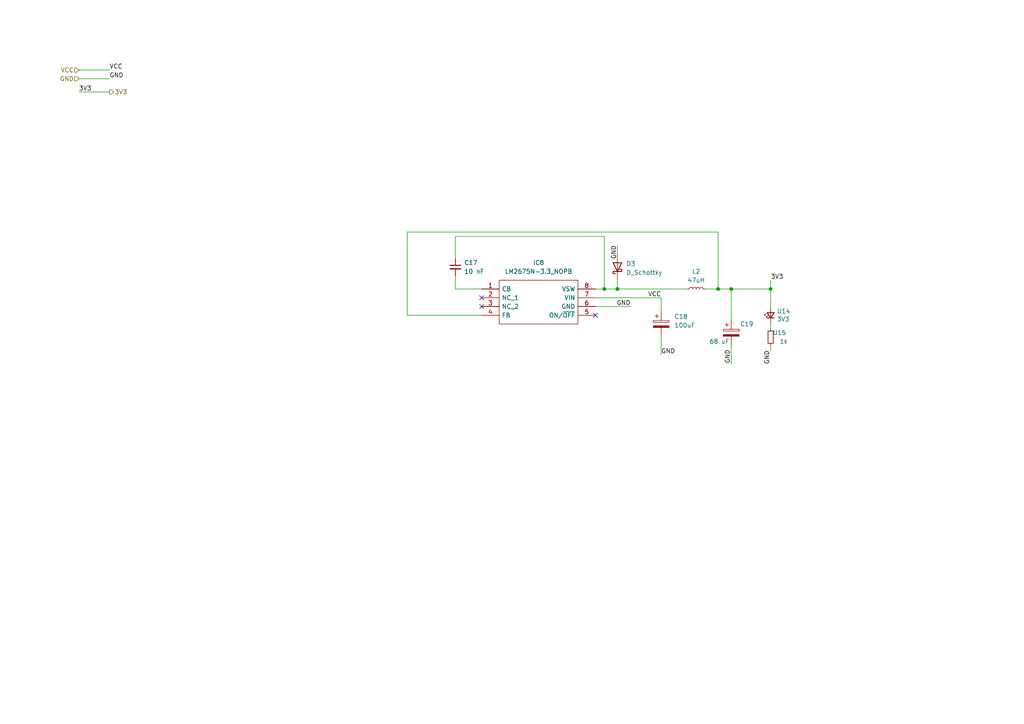
<source format=kicad_sch>
(kicad_sch (version 20211123) (generator eeschema)
  (paper "A4")
  (lib_symbols
    (symbol "CustomLib:LM2675N-3.3_NOPB" (pin_names (offset 0.762))
      (property "Reference" "IC" (at 29.21 7.62 0))
      (property "Value" "LM2675N-3.3_NOPB" (at 29.21 5.08 0))
      (symbol "LM2675N-3.3_NOPB_0_0"
        (pin passive line (at 0 0 0) (length 5.08) (name "CB") (number "1"))
        (pin passive line (at 0 -2.54 0) (length 5.08) (name "NC_1") (number "2"))
        (pin passive line (at 0 -5.08 0) (length 5.08) (name "NC_2") (number "3"))
        (pin passive line (at 0 -7.62 0) (length 5.08) (name "FB") (number "4"))
        (pin passive line (at 33.02 -7.62 180) (length 5.08) (name "ON/~{OFF}") (number "5"))
        (pin passive line (at 33.02 -5.08 180) (length 5.08) (name "GND") (number "6"))
        (pin passive line (at 33.02 -2.54 180) (length 5.08) (name "VIN") (number "7"))
        (pin passive line (at 33.02 0 180) (length 5.08) (name "VSW") (number "8"))
      )
      (symbol "LM2675N-3.3_NOPB_0_1"
        (polyline (pts (xy 5.08 2.54) (xy 27.94 2.54) (xy 27.94 -10.16) (xy 5.08 -10.16) (xy 5.08 2.54)) (stroke (width 0.1524)))
      )
    )
    (symbol "Device:C_Polarized" (pin_numbers hide) (pin_names (offset 0.254))
      (property "Reference" "C" (at 0.635 2.54 0))
      (property "Value" "C_Polarized" (at 0.635 -2.54 0))
      (symbol "C_Polarized_0_1"
        (rectangle (start -2.286 0.508) (end 2.286 1.016))
        (polyline (pts (xy -1.778 2.286) (xy -0.762 2.286)))
        (polyline (pts (xy -1.27 2.794) (xy -1.27 1.778)))
        (rectangle (start 2.286 -0.508) (end -2.286 -1.016) (fill (type outline)))
      )
      (symbol "C_Polarized_1_1"
        (pin passive line (at 0 3.81 270) (length 2.794) (name "~") (number "1"))
        (pin passive line (at 0 -3.81 90) (length 2.794) (name "~") (number "2"))
      )
    )
    (symbol "Device:C_Small" (pin_numbers hide) (pin_names (offset 0.254) hide)
      (property "Reference" "C" (at 0.254 1.778 0))
      (property "Value" "C_Small" (at 0.254 -2.032 0))
      (symbol "C_Small_0_1"
        (polyline (pts (xy -1.524 -0.508) (xy 1.524 -0.508)) (stroke (width 0.3302)))
        (polyline (pts (xy -1.524 0.508) (xy 1.524 0.508)) (stroke (width 0.3048)))
      )
      (symbol "C_Small_1_1"
        (pin passive line (at 0 2.54 270) (length 2.032) (name "~") (number "1"))
        (pin passive line (at 0 -2.54 90) (length 2.032) (name "~") (number "2"))
      )
    )
    (symbol "Device:D_Schottky" (pin_numbers hide) (pin_names (offset 1.016) hide)
      (property "Reference" "D" (at 0 2.54 0))
      (property "Value" "D_Schottky" (at 0 -2.54 0))
      (symbol "D_Schottky_0_1"
        (polyline (pts (xy 1.27 0) (xy -1.27 0)))
        (polyline (pts (xy 1.27 1.27) (xy 1.27 -1.27) (xy -1.27 0) (xy 1.27 1.27)) (stroke (width 0.254)))
        (polyline (pts (xy -1.905 0.635) (xy -1.905 1.27) (xy -1.27 1.27) (xy -1.27 -1.27) (xy -0.635 -1.27) (xy -0.635 -0.635)) (stroke (width 0.254)))
      )
      (symbol "D_Schottky_1_1"
        (pin passive line (at -3.81 0 0) (length 2.54) (name "K") (number "1"))
        (pin passive line (at 3.81 0 180) (length 2.54) (name "A") (number "2"))
      )
    )
    (symbol "Device:LED_Small" (pin_numbers hide) (pin_names (offset 0.254) hide)
      (property "Reference" "D" (at -1.27 3.175 0))
      (property "Value" "LED_Small" (at -4.445 -2.54 0))
      (symbol "LED_Small_0_1"
        (polyline (pts (xy -0.762 -1.016) (xy -0.762 1.016)) (stroke (width 0.254)))
        (polyline (pts (xy 1.016 0) (xy -0.762 0)))
        (polyline (pts (xy 0.762 -1.016) (xy -0.762 0) (xy 0.762 1.016) (xy 0.762 -1.016)) (stroke (width 0.254)))
        (polyline (pts (xy 0 0.762) (xy -0.508 1.27) (xy -0.254 1.27) (xy -0.508 1.27) (xy -0.508 1.016)))
        (polyline (pts (xy 0.508 1.27) (xy 0 1.778) (xy 0.254 1.778) (xy 0 1.778) (xy 0 1.524)))
      )
      (symbol "LED_Small_1_1"
        (pin passive line (at -2.54 0 0) (length 1.778) (name "K") (number "1"))
        (pin passive line (at 2.54 0 180) (length 1.778) (name "A") (number "2"))
      )
    )
    (symbol "Device:L_Small" (pin_numbers hide) (pin_names (offset 0.254) hide)
      (property "Reference" "L" (at 0.762 1.016 0))
      (property "Value" "L_Small" (at 0.762 -1.016 0))
      (symbol "L_Small_0_1"
        (arc (start 0 -2.032) (mid 0.508 -1.524) (end 0 -1.016))
        (arc (start 0 -1.016) (mid 0.508 -0.508) (end 0 0))
        (arc (start 0 0) (mid 0.508 0.508) (end 0 1.016))
        (arc (start 0 1.016) (mid 0.508 1.524) (end 0 2.032))
      )
      (symbol "L_Small_1_1"
        (pin passive line (at 0 2.54 270) (length 0.508) (name "~") (number "1"))
        (pin passive line (at 0 -2.54 90) (length 0.508) (name "~") (number "2"))
      )
    )
    (symbol "Device:R_Small" (pin_numbers hide) (pin_names (offset 0.254) hide)
      (property "Reference" "R" (at 0.762 0.508 0))
      (property "Value" "R_Small" (at 0.762 -1.016 0))
      (symbol "R_Small_0_1"
        (rectangle (start -0.762 1.778) (end 0.762 -1.778) (stroke (width 0.2032)))
      )
      (symbol "R_Small_1_1"
        (pin passive line (at 0 2.54 270) (length 0.762) (name "~") (number "1"))
        (pin passive line (at 0 -2.54 90) (length 0.762) (name "~") (number "2"))
      )
    )
  )
  (junction (at 208.28 83.82))
  (junction (at 175.26 83.82))
  (junction (at 212.09 83.82))
  (junction (at 223.52 83.82))
  (junction (at 179.07 83.82))
  (no_connect (at 139.7 86.36))
  (no_connect (at 139.7 88.9))
  (no_connect (at 172.72 91.44))
  (wire (pts (xy 204.47 83.82) (xy 208.28 83.82)))
  (wire (pts (xy 191.77 97.79) (xy 191.77 102.87)))
  (wire (pts (xy 175.26 68.58) (xy 175.26 83.82)))
  (wire (pts (xy 212.09 83.82) (xy 208.28 83.82)))
  (wire (pts (xy 132.08 74.93) (xy 132.08 68.58)))
  (wire (pts (xy 22.86 26.67) (xy 31.75 26.67)))
  (wire (pts (xy 22.86 20.32) (xy 31.75 20.32)))
  (wire (pts (xy 191.77 86.36) (xy 191.77 90.17)))
  (wire (pts (xy 223.52 83.82) (xy 223.52 88.9)))
  (wire (pts (xy 172.72 86.36) (xy 191.77 86.36)))
  (wire (pts (xy 179.07 71.12) (xy 179.07 73.66)))
  (wire (pts (xy 212.09 100.33) (xy 212.09 105.41)))
  (wire (pts (xy 172.72 88.9) (xy 182.88 88.9)))
  (wire (pts (xy 132.08 83.82) (xy 132.08 80.01)))
  (wire (pts (xy 132.08 68.58) (xy 175.26 68.58)))
  (wire (pts (xy 208.28 67.31) (xy 208.28 83.82)))
  (wire (pts (xy 118.11 67.31) (xy 118.11 91.44)))
  (wire (pts (xy 175.26 83.82) (xy 179.07 83.82)))
  (wire (pts (xy 223.52 81.28) (xy 223.52 83.82)))
  (wire (pts (xy 212.09 83.82) (xy 212.09 92.71)))
  (wire (pts (xy 22.86 22.86) (xy 31.75 22.86)))
  (wire (pts (xy 179.07 83.82) (xy 199.39 83.82)))
  (wire (pts (xy 118.11 91.44) (xy 139.7 91.44)))
  (wire (pts (xy 223.52 93.98) (xy 223.52 95.25)))
  (wire (pts (xy 223.52 100.33) (xy 223.52 101.6)))
  (wire (pts (xy 118.11 67.31) (xy 208.28 67.31)))
  (wire (pts (xy 179.07 83.82) (xy 179.07 81.28)))
  (wire (pts (xy 212.09 83.82) (xy 223.52 83.82)))
  (wire (pts (xy 172.72 83.82) (xy 175.26 83.82)))
  (wire (pts (xy 139.7 83.82) (xy 132.08 83.82)))
  (label "VCC" (at 191.77 86.36 180))
  (label "3V3" (at 223.52 81.28 0))
  (label "GND" (at 182.88 88.9 180))
  (label "GND" (at 223.52 101.6 270))
  (label "GND" (at 179.07 71.12 270))
  (label "GND" (at 212.09 105.41 90))
  (label "GND" (at 191.77 102.87 0))
  (label "3V3" (at 22.86 26.67 0))
  (label "GND" (at 31.75 22.86 0))
  (label "VCC" (at 31.75 20.32 0))
  (hierarchical_label "VCC" (shape input) (at 22.86 20.32 180))
  (hierarchical_label "GND" (shape input) (at 22.86 22.86 180))
  (hierarchical_label "3V3" (shape output) (at 31.75 26.67 0))
  (symbol (lib_id "Device:LED_Small") (at 223.52 91.44 90) (unit 1)
    (property "Reference" "U14" (at 225.298 90.2716 90) (effects (justify right)))
    (property "Value" "3V3" (at 225.298 92.583 90) (effects (justify right)))
    (property "Footprint" "LED_SMD:LED_1206_3216Metric" (effects hide))
    (property "LCSC part #" "C2286" (effects hide))
  )
  (symbol (lib_id "Device:D_Schottky") (at 179.07 77.47 90) (unit 1)
    (property "Reference" "D3" (at 181.61 76.5174 90) (effects (justify right)))
    (property "Value" "D_Schottky" (at 181.61 79.0574 90) (effects (justify right)))
    (property "Footprint" "max_KiCAD_lib:schottydiode50V" (effects hide))
  )
  (symbol (lib_id "Device:L_Small") (at 201.93 83.82 90) (unit 1)
    (property "Reference" "L2" (at 201.93 78.74 90))
    (property "Value" "47uH" (at 201.93 81.28 90))
    (property "Footprint" "Capacitor_SMD:C_0805_2012Metric" (effects hide))
  )
  (symbol (lib_id "Device:R_Small") (at 223.52 97.79 0) (mirror y) (unit 1)
    (property "Reference" "U15" (at 226.06 96.52 0))
    (property "Value" "1k" (at 227.33 99.06 0))
    (property "Footprint" "Resistor_SMD:R_1206_3216Metric" (effects hide))
    (property "LCSC part #" "C4410" (effects hide))
  )
  (symbol (lib_id "CustomLib:LM2675N-3.3_NOPB") (at 139.7 83.82 0) (unit 1)
    (property "Reference" "IC8" (at 156.21 76.2 0))
    (property "Value" "LM2675N-3.3_NOPB" (at 156.21 78.74 0))
    (property "Footprint" "max_KiCAD_lib:LM2675N" (effects hide))
    (property "Datasheet" "http://www.ti.com/lit/gpn/lm2675" (effects hide))
    (property "Description" "SIMPLE SWITCHER 6.5V to 40V, 1A Low Component Count Step-Down Regulator" (effects hide))
    (property "Height" "5.08" (effects hide))
    (property "Mouser Part Number" "926-LM2675N-33/NOPB" (effects hide))
    (property "Mouser Price/Stock" "https://www.mouser.co.uk/ProductDetail/Texas-Instruments/LM2675N-3.3-NOPB?qs=X1J7HmVL2ZGRiUKR0DT9lg%3D%3D" (effects hide))
    (property "Manufacturer_Name" "Texas Instruments" (effects hide))
    (property "Manufacturer_Part_Number" "LM2675N-3.3/NOPB" (effects hide))
  )
  (symbol (lib_id "Device:C_Polarized") (at 191.77 93.98 0) (unit 1)
    (property "Reference" "C18" (at 195.58 91.8209 0) (effects (justify left)))
    (property "Value" "100uF" (at 195.58 94.3609 0) (effects (justify left)))
    (property "Footprint" "max_KiCAD_lib:100uF_wuerth" (effects hide))
  )
  (symbol (lib_id "Device:C_Polarized") (at 212.09 96.52 0) (unit 1)
    (property "Reference" "C19" (at 214.63 93.98 0) (effects (justify left)))
    (property "Value" "68 uF" (at 205.74 99.06 0) (effects (justify left)))
    (property "Footprint" "max_KiCAD_lib:68uFcap" (effects hide))
  )
  (symbol (lib_id "Device:C_Small") (at 132.08 77.47 0) (unit 1)
    (property "Reference" "C17" (at 134.62 76.2062 0) (effects (justify left)))
    (property "Value" "10 nF" (at 134.62 78.7462 0) (effects (justify left)))
    (property "Footprint" "Capacitor_SMD:C_1206_3216Metric" (effects hide))
  )
)
</source>
